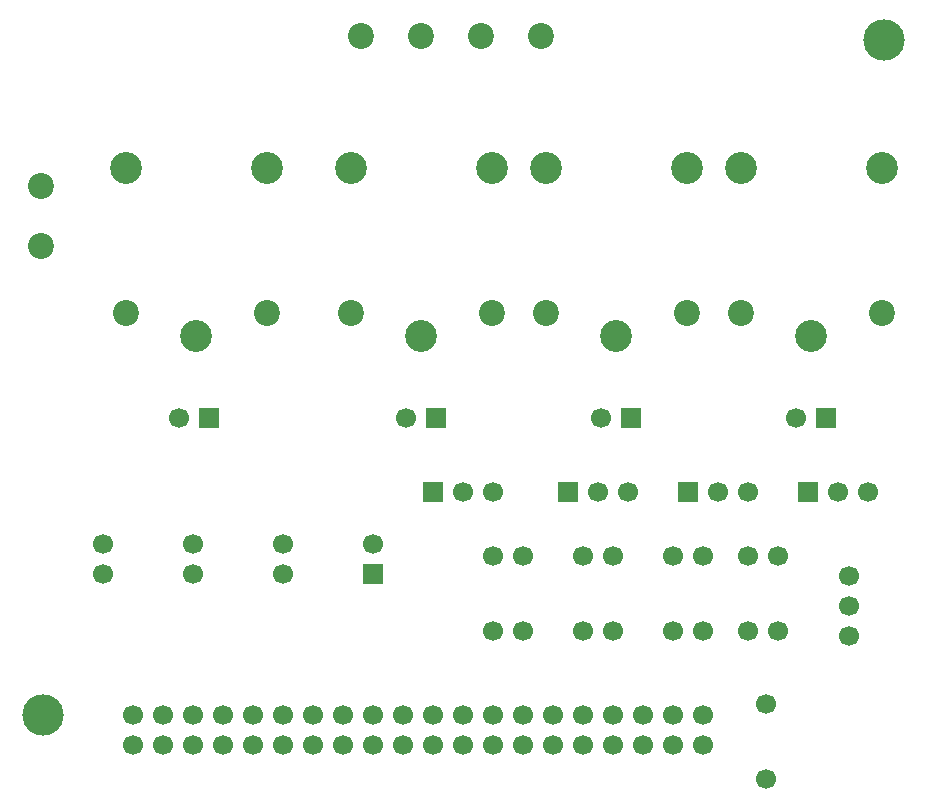
<source format=gbs>
G04 DipTrace 3.1.0.1*
G04 Controller.GBS*
%MOMM*%
G04 #@! TF.FileFunction,Soldermask,Bot*
G04 #@! TF.Part,Single*
%ADD19C,3.5*%
%ADD24R,1.7X1.7*%
%ADD26C,1.7*%
%ADD27C,2.2*%
%ADD29C,2.7*%
%FSLAX35Y35*%
G04*
G71*
G90*
G75*
G01*
G04 BotMask*
%LPD*%
D19*
X1482543Y1981417D3*
X8604123Y7699250D3*
D29*
X2784293Y5188167D3*
D27*
X2184293Y5388167D3*
X3384293D3*
D29*
X2184293Y6608167D3*
X3384293D3*
D27*
X4181293Y7728167D3*
X4689293D3*
X5197293D3*
X5705293D3*
D26*
X2244543Y1981420D3*
X2498543D3*
X2752543D3*
X3006543D3*
X3260543D3*
X3514543D3*
X3768543D3*
X4022543D3*
X4276543D3*
X4530543D3*
X4784543D3*
X5038543D3*
X5292543D3*
X5546543D3*
X5800543D3*
X6054543D3*
X6308543D3*
X6562543D3*
X6816543D3*
X7070543D3*
X2244543Y1727417D3*
X2498543D3*
X3006543D3*
X2752543D3*
X3260543D3*
X3514543D3*
X3768543D3*
X4022543D3*
X4276543D3*
X4530543D3*
X4784543D3*
X5038543D3*
X5292543D3*
X5546543D3*
X5800543D3*
X6054543D3*
X6308543D3*
X6562543D3*
X6816543D3*
X7070543D3*
X1990543Y3426040D3*
Y3172047D3*
X2635123Y4492487D3*
D24*
X2889123D3*
D26*
X4556000Y4492500D3*
D24*
X4810000D3*
D26*
X5292543Y3870557D3*
X5038543D3*
D24*
X4784543D3*
D26*
X2752543Y3426040D3*
Y3172047D3*
X8308793Y3156167D3*
Y2902167D3*
X6207000Y4492500D3*
D24*
X6461000D3*
D26*
X3514543Y3426040D3*
Y3172047D3*
X8308793Y2648167D3*
X7610293Y1441667D3*
X7858000Y4492500D3*
D24*
X8112000D3*
D26*
X4276543Y3426040D3*
D24*
Y3172047D3*
D26*
X7610293Y2076667D3*
X5292543Y3330793D3*
Y2695787D3*
X5546543Y3330793D3*
Y2695787D3*
X6435543Y3870557D3*
X6181543D3*
D24*
X5927543D3*
D26*
X6054543Y3330793D3*
X6308543D3*
X6054543Y2695787D3*
X6308543D3*
X7451543Y3870557D3*
X7197543D3*
D24*
X6943543D3*
D26*
X8467543D3*
X8213543D3*
D24*
X7959543D3*
D26*
X6816543Y3330793D3*
X7070543D3*
X6816543Y2695787D3*
X7070543D3*
X7451543Y3330793D3*
X7705543D3*
X7451543Y2695787D3*
X7705543D3*
D27*
X1466667Y6458167D3*
Y5950167D3*
D29*
X4689293Y5188167D3*
D27*
X4089293Y5388167D3*
X5289293D3*
D29*
X4089293Y6608167D3*
X5289293D3*
X6340293Y5188167D3*
D27*
X5740293Y5388167D3*
X6940293D3*
D29*
X5740293Y6608167D3*
X6940293D3*
X7991293Y5188167D3*
D27*
X7391293Y5388167D3*
X8591293D3*
D29*
X7391293Y6608167D3*
X8591293D3*
M02*

</source>
